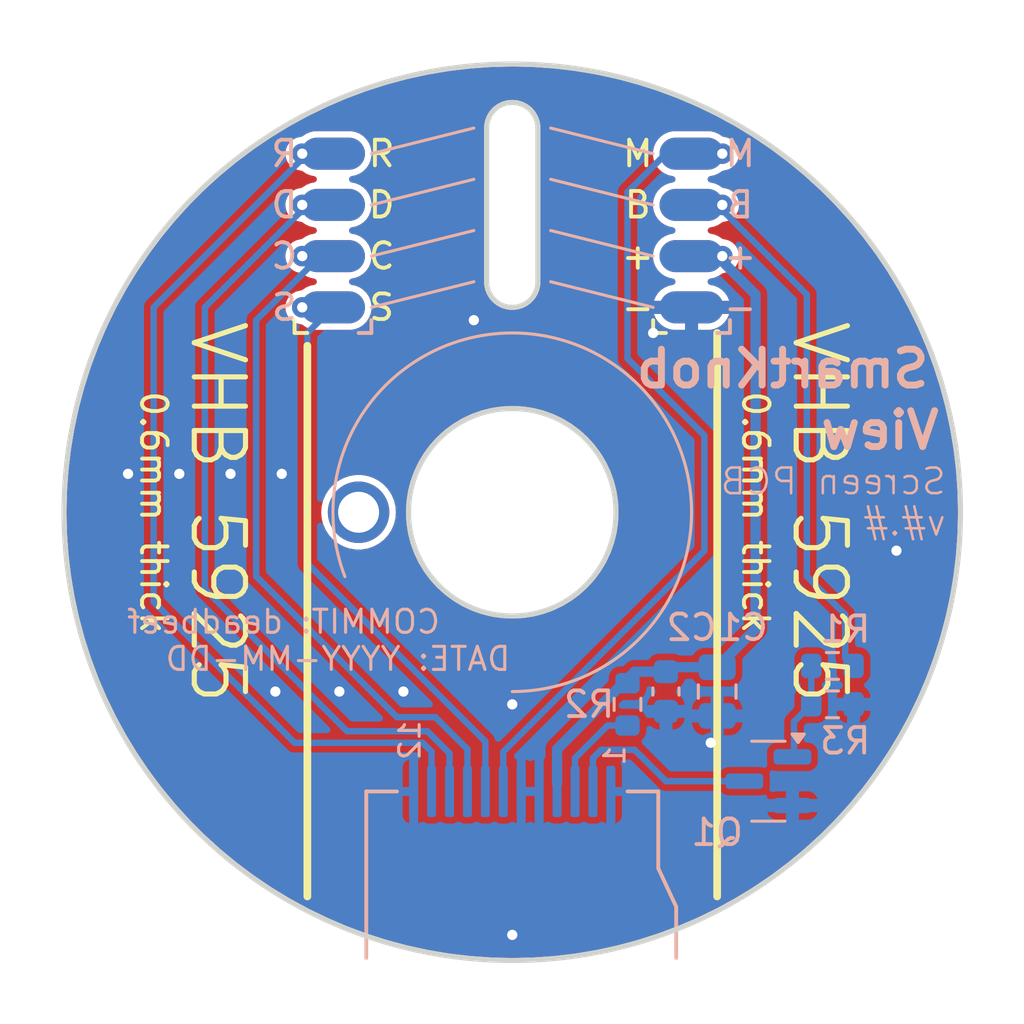
<source format=kicad_pcb>
(kicad_pcb (version 20240108) (generator "pcbnew") (generator_version "8.0")
  (layers (0 "F.Cu" signal) (31 "B.Cu" signal) (34 "B.Paste" user) (35 "F.Paste" user) (36 "B.SilkS" user "B.Silkscreen") (37 "F.SilkS" user "F.Silkscreen") (38 "B.Mask" user) (39 "F.Mask" user) (44 "Edge.Cuts" user))
  (property "COMMIT_DATE" "YYYY-MM-DD")
  (property "COMMIT_DATE_LONG" "YYYY-MM-DD HH:MM:SS TZ")
  (property "COMMIT_HASH" "deadbeef")
  (property "RELEASE_VERSION" "v#.#")
  (net 0 "")
  (net 1 "GND")
  (net 2 "/VDD")
  (net 3 "/DC")
  (net 4 "/BACKLIGHT_EN")
  (net 5 "/nRESET")
  (net 6 "/MOSI")
  (net 7 "/SCK")
  (net 8 "/nCS")
  (net 9 "/LEDA")
  (net 10 "/LEDK")
  (net 11 "Net-(Q1-G)")
  (footprint "Holes:AlignmentHole_1.6" (layer "F.Cu") (at 94 100)
    (property "Reference" "H1" (hide yes))
    (property "Value" "AlignmentHole" (hide yes))
    (pad "1" thru_hole circle (at 0 0) (size 2.4 2.4) (drill 1.6) (layers "*.Cu" "*.Mask"))
  )
  (footprint "SolderPads:SolderPads_2mm_4" (layer "F.Cu") (at 93 92 90)
    (property "Reference" "J5" (hide yes))
    (property "Value" "Conn_01x04")
    (fp_line (start -0.5 -1.5) (end -1 -1.5) (stroke (width 0.15)) (layer "F.SilkS"))
    (fp_line (start -1 -1.5) (end -1 -1) (stroke (width 0.15)) (layer "F.SilkS"))
    (pad "1" smd oval (at 0 0 90) (size 1.25 2.5) (layers "F.Cu" "F.Mask") (net 8 "/nCS"))
    (pad "2" smd oval (at 2 0 90) (size 1.25 2.5) (layers "F.Cu" "F.Mask") (net 7 "/SCK"))
    (pad "3" smd oval (at 4 0 90) (size 1.25 2.5) (layers "F.Cu" "F.Mask") (net 6 "/MOSI"))
    (pad "4" smd oval (at 6 0 90) (size 1.25 2.5) (layers "F.Cu" "F.Mask") (net 5 "/nRESET"))
  )
  (footprint "SolderPads:SolderPads_2mm_4" (layer "F.Cu") (at 107 92 90)
    (property "Reference" "J4" (hide yes))
    (property "Value" "Conn_01x04")
    (fp_line (start -0.5 -1.5) (end -1 -1.5) (stroke (width 0.15)) (layer "F.SilkS"))
    (fp_line (start -1 -1.5) (end -1 -1) (stroke (width 0.15)) (layer "F.SilkS"))
    (pad "1" smd oval (at 0 0 90) (size 1.25 2.5) (layers "F.Cu" "F.Mask") (net 1 "GND"))
    (pad "2" smd oval (at 2 0 90) (size 1.25 2.5) (layers "F.Cu" "F.Mask") (net 2 "/VDD"))
    (pad "3" smd oval (at 4 0 90) (size 1.25 2.5) (layers "F.Cu" "F.Mask") (net 4 "/BACKLIGHT_EN"))
    (pad "4" smd oval (at 6 0 90) (size 1.25 2.5) (layers "F.Cu" "F.Mask") (net 3 "/DC"))
  )
  (footprint "LCD_GC9A01:GC9A01Round1.28" (layer "B.Cu") (at 100 110.9 90)
    (property "Reference" "J2" (hide yes))
    (property "Value" "GC9A01")
    (fp_line (start -6.5 -5.7) (end 0 -5.7) (stroke (width 0.15)) (layer "B.SilkS"))
    (fp_line (start 0 -4.5) (end 0 -5.7) (stroke (width 0.15)) (layer "B.SilkS"))
    (fp_line (start 0 4.5) (end 0 5.7) (stroke (width 0.15)) (layer "B.SilkS"))
    (fp_line (start -3 5.7) (end 0 5.7) (stroke (width 0.15)) (layer "B.SilkS"))
    (fp_line (start -3 5.7) (end -4.5 6.4) (stroke (width 0.15)) (layer "B.SilkS"))
    (fp_line (start -4.5 6.4) (end -6.5 6.4) (stroke (width 0.15)) (layer "B.SilkS"))
    (fp_text user "12" (at 2 -4 90) (layer "B.SilkS") (effects (font (size 0.8 0.8) (thickness 0.12)) (justify mirror)))
    (fp_text user "1" (at 1.4 4 90) (layer "B.SilkS") (effects (font (size 0.8 0.8) (thickness 0.12)) (justify mirror)))
    (pad "1" smd roundrect (at 0 3.85 90) (size 2 0.35) (layers "B.Cu" "B.Paste" "B.Mask") (net 1 "GND"))
    (pad "2" smd roundrect (at 0 3.15 90) (size 2 0.35) (layers "B.Cu" "B.Paste" "B.Mask") (net 10 "/LEDK"))
    (pad "3" smd roundrect (at 0 2.45 90) (size 2 0.35) (layers "B.Cu" "B.Paste" "B.Mask") (net 9 "/LEDA"))
    (pad "4" smd roundrect (at 0 1.75 90) (size 2 0.35) (layers "B.Cu" "B.Paste" "B.Mask") (net 2 "/VDD"))
    (pad "5" smd roundrect (at 0 1.05 90) (size 2 0.35) (layers "B.Cu" "B.Paste" "B.Mask") (net 1 "GND"))
    (pad "6" smd roundrect (at 0 0.35 90) (size 2 0.35) (layers "B.Cu" "B.Paste" "B.Mask") (net 1 "GND"))
    (pad "7" smd roundrect (at 0 -0.35 90) (size 2 0.35) (layers "B.Cu" "B.Paste" "B.Mask") (net 3 "/DC"))
    (pad "8" smd roundrect (at 0 -1.05 90) (size 2 0.35) (layers "B.Cu" "B.Paste" "B.Mask") (net 8 "/nCS"))
    (pad "9" smd roundrect (at 0 -1.75 90) (size 2 0.35) (layers "B.Cu" "B.Paste" "B.Mask") (net 7 "/SCK"))
    (pad "10" smd roundrect (at 0 -2.45 90) (size 2 0.35) (layers "B.Cu" "B.Paste" "B.Mask") (net 6 "/MOSI"))
    (pad "11" smd roundrect (at 0 -3.15 90) (size 2 0.35) (layers "B.Cu" "B.Paste" "B.Mask") (net 5 "/nRESET"))
    (pad "12" smd roundrect (at 0 -3.85 90) (size 2 0.35) (layers "B.Cu" "B.Paste" "B.Mask") (net 1 "GND"))
  )
  (footprint "Package_TO_SOT_SMD:SOT-23" (layer "B.Cu") (at 110 110.5 180)
    (property "Reference" "Q1" (at 2 -2 180) (layer "B.SilkS") (effects (justify mirror)))
    (property "Value" "2N7002")
    (fp_line (start 0.65 1.56) (end 0 1.56) (stroke (width 0.12)) (layer "B.SilkS"))
    (fp_line (start 0.65 -1.56) (end 0 -1.56) (stroke (width 0.12)) (layer "B.SilkS"))
    (fp_line (start -0.65 1.56) (end 0 1.56) (stroke (width 0.12)) (layer "B.SilkS"))
    (fp_line (start -0.65 -1.56) (end 0 -1.56) (stroke (width 0.12)) (layer "B.SilkS"))
    (fp_poly (pts (xy -1.1625 1.51) (xy -1.4025 1.84) (xy -0.9225 1.84) (xy -1.1625 1.51)) (stroke (width 0.12)) (fill solid) (layer "B.SilkS"))
    (pad "1" smd roundrect (at -0.9375 0.95 180) (size 1.475 0.6) (layers "B.Cu" "B.Paste" "B.Mask") (net 11 "Net-(Q1-G)"))
    (pad "2" smd roundrect (at -0.9375 -0.95 180) (size 1.475 0.6) (layers "B.Cu" "B.Paste" "B.Mask") (net 1 "GND"))
    (pad "3" smd roundrect (at 0.9375 0 180) (size 1.475 0.6) (layers "B.Cu" "B.Paste" "B.Mask") (net 10 "/LEDK"))
  )
  (footprint "Resistor_SMD:R_0603_1608Metric" (layer "B.Cu") (at 112.5 106 180)
    (property "Reference" "R1" (at -0.5 1.43 0) (layer "B.SilkS") (effects (justify mirror)))
    (property "Value" "10k")
    (fp_line (start 0.237258 0.5225) (end -0.237258 0.5225) (stroke (width 0.12)) (layer "B.SilkS"))
    (fp_line (start 0.237258 -0.5225) (end -0.237258 -0.5225) (stroke (width 0.12)) (layer "B.SilkS"))
    (pad "1" smd roundrect (at -0.825 0 180) (size 0.8 0.95) (layers "B.Cu" "B.Paste" "B.Mask") (net 4 "/BACKLIGHT_EN"))
    (pad "2" smd roundrect (at 0.825 0 180) (size 0.8 0.95) (layers "B.Cu" "B.Paste" "B.Mask") (net 11 "Net-(Q1-G)"))
  )
  (footprint "Resistor_SMD:R_0603_1608Metric" (layer "B.Cu") (at 104.5 107.5 -90)
    (property "Reference" "R2" (at 0 1.5 0) (layer "B.SilkS") (effects (justify mirror)))
    (property "Value" "22R")
    (fp_line (start 0.237258 0.5225) (end -0.237258 0.5225) (stroke (width 0.12)) (layer "B.SilkS"))
    (fp_line (start 0.237258 -0.5225) (end -0.237258 -0.5225) (stroke (width 0.12)) (layer "B.SilkS"))
    (pad "1" smd roundrect (at -0.825 0 270) (size 0.8 0.95) (layers "B.Cu" "B.Paste" "B.Mask") (net 2 "/VDD"))
    (pad "2" smd roundrect (at 0.825 0 270) (size 0.8 0.95) (layers "B.Cu" "B.Paste" "B.Mask") (net 9 "/LEDA"))
  )
  (footprint "Resistor_SMD:R_0603_1608Metric" (layer "B.Cu") (at 112.5 107.5)
    (property "Reference" "R3" (at 0.5 1.43 0) (layer "B.SilkS") (effects (justify mirror)))
    (property "Value" "1M")
    (fp_line (start 0.237258 -0.5225) (end -0.237258 -0.5225) (stroke (width 0.12)) (layer "B.SilkS"))
    (fp_line (start 0.237258 0.5225) (end -0.237258 0.5225) (stroke (width 0.12)) (layer "B.SilkS"))
    (pad "1" smd roundrect (at -0.825 0) (size 0.8 0.95) (layers "B.Cu" "B.Paste" "B.Mask") (net 11 "Net-(Q1-G)"))
    (pad "2" smd roundrect (at 0.825 0) (size 0.8 0.95) (layers "B.Cu" "B.Paste" "B.Mask") (net 1 "GND"))
  )
  (footprint "Capacitor_SMD:C_0603_1608Metric" (layer "B.Cu") (at 106 107 -90)
    (property "Reference" "C2" (at -2.5 -1 0) (layer "B.SilkS") (effects (justify mirror)))
    (property "Value" "0.1uF")
    (fp_line (start 0.14058 0.51) (end -0.14058 0.51) (stroke (width 0.12)) (layer "B.SilkS"))
    (fp_line (start 0.14058 -0.51) (end -0.14058 -0.51) (stroke (width 0.12)) (layer "B.SilkS"))
    (pad "1" smd roundrect (at -0.775 0 270) (size 0.9 0.95) (layers "B.Cu" "B.Paste" "B.Mask") (net 2 "/VDD"))
    (pad "2" smd roundrect (at 0.775 0 270) (size 0.9 0.95) (layers "B.Cu" "B.Paste" "B.Mask") (net 1 "GND"))
  )
  (footprint "Capacitor_SMD:C_0805_2012Metric" (layer "B.Cu") (at 108 107 -90)
    (property "Reference" "C1" (at -2.5 -1 0) (layer "B.SilkS") (effects (justify mirror)))
    (property "Value" "22uF")
    (fp_line (start 0.261252 0.735) (end -0.261252 0.735) (stroke (width 0.12)) (layer "B.SilkS"))
    (fp_line (start 0.261252 -0.735) (end -0.261252 -0.735) (stroke (width 0.12)) (layer "B.SilkS"))
    (pad "1" smd roundrect (at -0.95 0 270) (size 1 1.45) (layers "B.Cu" "B.Paste" "B.Mask") (net 2 "/VDD"))
    (pad "2" smd roundrect (at 0.95 0 270) (size 1 1.45) (layers "B.Cu" "B.Paste" "B.Mask") (net 1 "GND"))
  )
  (footprint "SolderPads:SolderPads_2mm_4" (layer "B.Cu") (at 93 92 90)
    (property "Reference" "J3" (hide yes))
    (property "Value" "Conn_01x04")
    (fp_line (start -1 1) (end -1 1.5) (stroke (width 0.15)) (layer "B.SilkS"))
    (fp_line (start -1 1.5) (end -0.5 1.5) (stroke (width 0.15)) (layer "B.SilkS"))
    (pad "1" smd oval (at 0 0 90) (size 1.25 2.5) (layers "B.Cu" "B.Mask") (net 8 "/nCS"))
    (pad "2" smd oval (at 2 0 90) (size 1.25 2.5) (layers "B.Cu" "B.Mask") (net 7 "/SCK"))
    (pad "3" smd oval (at 4 0 90) (size 1.25 2.5) (layers "B.Cu" "B.Mask") (net 6 "/MOSI"))
    (pad "4" smd oval (at 6 0 90) (size 1.25 2.5) (layers "B.Cu" "B.Mask") (net 5 "/nRESET"))
  )
  (footprint "SolderPads:SolderPads_2mm_4" (layer "B.Cu") (at 107 92 90)
    (property "Reference" "J1" (hide yes))
    (property "Value" "Conn_01x04")
    (fp_line (start -1 1) (end -1 1.5) (stroke (width 0.15)) (layer "B.SilkS"))
    (fp_line (start -1 1.5) (end -0.5 1.5) (stroke (width 0.15)) (layer "B.SilkS"))
    (pad "1" smd oval (at 0 0 90) (size 1.25 2.5) (layers "B.Cu" "B.Mask") (net 1 "GND"))
    (pad "2" smd oval (at 2 0 90) (size 1.25 2.5) (layers "B.Cu" "B.Mask") (net 2 "/VDD"))
    (pad "3" smd oval (at 4 0 90) (size 1.25 2.5) (layers "B.Cu" "B.Mask") (net 4 "/BACKLIGHT_EN"))
    (pad "4" smd oval (at 6 0 90) (size 1.25 2.5) (layers "B.Cu" "B.Mask") (net 3 "/DC"))
  )
  (gr_arc (start 93.466581 102.512854) (mid 103.962955 94.229819) (end 100 107) (stroke (width 0.12)) (layer "B.SilkS"))
  (gr_line (start 98.5 85) (end 94.5 86) (stroke (width 0.12)) (layer "B.SilkS"))
  (gr_line (start 98.5 91) (end 94.5 92) (stroke (width 0.12)) (layer "B.SilkS"))
  (gr_line (start 101.5 85) (end 105.5 86) (stroke (width 0.12)) (layer "B.SilkS"))
  (gr_line (start 101.5 91) (end 105.5 92) (stroke (width 0.12)) (layer "B.SilkS"))
  (gr_line (start 101.5 89) (end 105.5 90) (stroke (width 0.12)) (layer "B.SilkS"))
  (gr_line (start 101.5 87) (end 105.5 88) (stroke (width 0.12)) (layer "B.SilkS"))
  (gr_line (start 98.5 87) (end 94.5 88) (stroke (width 0.12)) (layer "B.SilkS"))
  (gr_line (start 98.5 89) (end 94.5 90) (stroke (width 0.12)) (layer "B.SilkS"))
  (gr_line (start 92 93.5) (end 92 115) (stroke (width 0.3)) (layer "F.SilkS"))
  (gr_line (start 108 93) (end 108 115) (stroke (width 0.3)) (layer "F.SilkS"))
  (gr_arc (start 101 91) (mid 100 92) (end 99 91) (stroke (width 0.2)) (layer "Edge.Cuts"))
  (gr_line (start 99 85) (end 99 91) (stroke (width 0.2)) (layer "Edge.Cuts"))
  (gr_line (start 101 91) (end 101 85) (stroke (width 0.2)) (layer "Edge.Cuts"))
  (gr_arc (start 99 85) (mid 100 84) (end 101 85) (stroke (width 0.2)) (layer "Edge.Cuts"))
  (gr_circle (center 100 100) (end 117.5 100) (stroke (width 0.2)) (fill none) (layer "Edge.Cuts"))
  (gr_circle (center 100 100) (end 104.05 100) (stroke (width 0.2)) (fill none) (layer "Edge.Cuts"))
  (gr_text "    COMMIT: ${COMMIT_HASH}\nDATE: ${COMMIT_DATE}\n" (at 100 105 0) (layer "B.SilkS") (effects (font (size 0.9 0.9) (thickness 0.12)) (justify left mirror)))
  (gr_text "SmartKnob" (at 116.4 94.4 0) (layer "B.SilkS") (effects (font (size 1.4 1.4) (thickness 0.27)) (justify left mirror)))
  (gr_text "View" (at 116.8 96.8 0) (layer "B.SilkS") (effects (font (size 1.4 1.4) (thickness 0.27)) (justify left mirror)))
  (gr_text "R" (at 91.1 86 0) (layer "B.SilkS") (effects (font (size 1 1)) (justify mirror)))
  (gr_text "M" (at 108.9 86 0) (layer "B.SilkS") (effects (font (size 1 1)) (justify mirror)))
  (gr_text "S" (at 91.1 92 0) (layer "B.SilkS") (effects (font (size 1 1)) (justify mirror)))
  (gr_text "-" (at 108.9 92 0) (layer "B.SilkS") (effects (font (size 1 1)) (justify mirror)))
  (gr_text "D" (at 91.1 88 0) (layer "B.SilkS") (effects (font (size 1 1)) (justify mirror)))
  (gr_text "+" (at 108.9 90 0) (layer "B.SilkS") (effects (font (size 1 1)) (justify mirror)))
  (gr_text "Screen PCB\n${RELEASE_VERSION}" (at 117 99.6 0) (layer "B.SilkS") (effects (font (size 1 1) (thickness 0.1)) (justify left mirror)))
  (gr_text "C" (at 91.1 90 0) (layer "B.SilkS") (effects (font (size 1 1)) (justify mirror)))
  (gr_text "B" (at 108.9 88 0) (layer "B.SilkS") (effects (font (size 1 1)) (justify mirror)))
  (gr_text "0.6mm thick" (at 86 100 -90) (layer "F.SilkS") (effects (font (size 1 1))))
  (gr_text "VHB 5925" (at 88.5 100 -90) (layer "F.SilkS") (effects (font (size 2 2) (thickness 0.2))))
  (gr_text "D" (at 94.9 88 0) (layer "F.SilkS") (effects (font (size 1 1))))
  (gr_text "C" (at 94.9 90 0) (layer "F.SilkS") (effects (font (size 1 1))))
  (gr_text "S" (at 94.9 92 0) (layer "F.SilkS") (effects (font (size 1 1))))
  (gr_text "R" (at 94.9 86 0) (layer "F.SilkS") (effects (font (size 1 1))))
  (gr_text "-" (at 104.9 92 0) (layer "F.SilkS") (effects (font (size 1 1))))
  (gr_text "+" (at 104.9 90 0) (layer "F.SilkS") (effects (font (size 1 1))))
  (gr_text "M" (at 104.9 86 0) (layer "F.SilkS") (effects (font (size 1 1))))
  (gr_text "B" (at 104.9 88 0) (layer "F.SilkS") (effects (font (size 1 1))))
  (gr_text "0.6mm thick" (at 109.5 100 -90) (layer "F.SilkS") (effects (font (size 1 1))))
  (gr_text "VHB 5925" (at 112 100 -90) (layer "F.SilkS") (effects (font (size 2 2) (thickness 0.2))))
  (via (at 93.25 107) (size 0.8) (drill 0.4) (layers "F.Cu" "B.Cu") (net 1))
  (via (at 85 98.5) (size 0.8) (drill 0.4) (layers "F.Cu" "B.Cu") (net 1))
  (via (at 107.75 109) (size 0.8) (drill 0.4) (layers "F.Cu" "B.Cu") (net 1))
  (via (at 105.5 93) (size 0.8) (drill 0.4) (layers "F.Cu" "B.Cu") (net 1))
  (via (at 91 98.5) (size 0.8) (drill 0.4) (layers "F.Cu" "B.Cu") (net 1))
  (via (at 115 101.5) (size 0.8) (drill 0.4) (layers "F.Cu" "B.Cu") (net 1))
  (via (at 100 116.5) (size 0.8) (drill 0.4) (layers "F.Cu" "B.Cu") (net 1))
  (via (at 89 98.5) (size 0.8) (drill 0.4) (layers "F.Cu" "B.Cu") (net 1))
  (via (at 95.75 107) (size 0.8) (drill 0.4) (layers "F.Cu" "B.Cu") (net 1))
  (via (at 87 98.5) (size 0.8) (drill 0.4) (layers "F.Cu" "B.Cu") (net 1))
  (via (at 90.75 107) (size 0.8) (drill 0.4) (layers "F.Cu" "B.Cu") (net 1))
  (via (at 100 107.5) (size 0.8) (drill 0.4) (layers "F.Cu" "B.Cu") (net 1))
  (via (at 98.5 92.5) (size 0.8) (drill 0.4) (layers "F.Cu" "B.Cu") (net 1))
  (via (at 108.2 90) (size 0.8) (drill 0.4) (layers "F.Cu" "B.Cu") (net 2))
  (segment (start 101.75 109.25) (end 101.75 110.6) (width 0.4) (layer "B.Cu") (net 2))
  (segment (start 108 90) (end 109.5 91.5) (width 0.4) (layer "B.Cu") (net 2))
  (segment (start 109.5 104.55) (end 108 106.05) (width 0.4) (layer "B.Cu") (net 2))
  (segment (start 109.5 91.5) (end 109.5 104.55) (width 0.4) (layer "B.Cu") (net 2))
  (segment (start 106 106.225) (end 104.775 106.225) (width 0.4) (layer "B.Cu") (net 2))
  (segment (start 106.175 106.05) (end 106 106.225) (width 0.25) (layer "B.Cu") (net 2))
  (segment (start 108 106.05) (end 106.175 106.05) (width 0.4) (layer "B.Cu") (net 2))
  (segment (start 104.775 106.225) (end 101.75 109.25) (width 0.4) (layer "B.Cu") (net 2))
  (segment (start 108 90) (end 107 90) (width 0.4) (layer "B.Cu") (net 2))
  (via (at 108.2 86) (size 0.8) (drill 0.4) (layers "F.Cu" "B.Cu") (net 3))
  (segment (start 107.5 101.5) (end 107.5 97) (width 0.25) (layer "B.Cu") (net 3))
  (segment (start 99.65 110.6) (end 99.65 109.35) (width 0.25) (layer "B.Cu") (net 3))
  (segment (start 104.5 87.5) (end 106 86) (width 0.25) (layer "B.Cu") (net 3))
  (segment (start 106 86) (end 107 86) (width 0.25) (layer "B.Cu") (net 3))
  (segment (start 104.5 94) (end 104.5 87.5) (width 0.25) (layer "B.Cu") (net 3))
  (segment (start 99.65 109.35) (end 107.5 101.5) (width 0.25) (layer "B.Cu") (net 3))
  (segment (start 107.5 97) (end 104.5 94) (width 0.25) (layer "B.Cu") (net 3))
  (via (at 108.2 88) (size 0.8) (drill 0.4) (layers "F.Cu" "B.Cu") (net 4))
  (segment (start 113 105.675) (end 113.325 106) (width 0.25) (layer "B.Cu") (net 4))
  (segment (start 113 104) (end 113 105.675) (width 0.25) (layer "B.Cu") (net 4))
  (segment (start 111.5 102.5) (end 113 104) (width 0.25) (layer "B.Cu") (net 4))
  (segment (start 107 88) (end 108 88) (width 0.25) (layer "B.Cu") (net 4))
  (segment (start 111.5 91.5) (end 111.5 102.5) (width 0.25) (layer "B.Cu") (net 4))
  (segment (start 108 88) (end 111.5 91.5) (width 0.25) (layer "B.Cu") (net 4))
  (via (at 91.8 86) (size 0.8) (drill 0.4) (layers "F.Cu" "B.Cu") (net 5))
  (segment (start 96.5 109) (end 91.5 109) (width 0.25) (layer "B.Cu") (net 5))
  (segment (start 96.85 109.35) (end 96.5 109) (width 0.25) (layer "B.Cu") (net 5))
  (segment (start 96.85 110.6) (end 96.85 109.35) (width 0.25) (layer "B.Cu") (net 5))
  (segment (start 91.5 109) (end 86 103.5) (width 0.25) (layer "B.Cu") (net 5))
  (segment (start 86 103.5) (end 86 92) (width 0.25) (layer "B.Cu") (net 5))
  (segment (start 86 92) (end 92 86) (width 0.25) (layer "B.Cu") (net 5))
  (segment (start 92 86) (end 93 86) (width 0.25) (layer "B.Cu") (net 5))
  (via (at 91.8 88) (size 0.8) (drill 0.4) (layers "F.Cu" "B.Cu") (net 6))
  (segment (start 88 103) (end 93.549991 108.549991) (width 0.25) (layer "B.Cu") (net 6))
  (segment (start 93.549991 108.549991) (end 96.686401 108.549991) (width 0.25) (layer "B.Cu") (net 6))
  (segment (start 92 88) (end 88 92) (width 0.25) (layer "B.Cu") (net 6))
  (segment (start 88 92) (end 88 103) (width 0.25) (layer "B.Cu") (net 6))
  (segment (start 96.686401 108.549991) (end 97.55 109.413589) (width 0.25) (layer "B.Cu") (net 6))
  (segment (start 93 88) (end 92 88) (width 0.25) (layer "B.Cu") (net 6))
  (segment (start 97.55 109.413589) (end 97.55 110.6) (width 0.25) (layer "B.Cu") (net 6))
  (via (at 91.8 90) (size 0.8) (drill 0.4) (layers "F.Cu" "B.Cu") (net 7))
  (segment (start 92.5 90) (end 93 90) (width 0.25) (layer "B.Cu") (net 7))
  (segment (start 98.25 110.6) (end 98.25 109.25) (width 0.25) (layer "B.Cu") (net 7))
  (segment (start 95.5 108) (end 90 102.5) (width 0.25) (layer "B.Cu") (net 7))
  (segment (start 97 108) (end 95.5 108) (width 0.25) (layer "B.Cu") (net 7))
  (segment (start 98.25 109.25) (end 97 108) (width 0.25) (layer "B.Cu") (net 7))
  (segment (start 90 102.5) (end 90 92.5) (width 0.25) (layer "B.Cu") (net 7))
  (segment (start 90 92.5) (end 92.5 90) (width 0.25) (layer "B.Cu") (net 7))
  (via (at 91.8 92) (size 0.8) (drill 0.4) (layers "F.Cu" "B.Cu") (net 8))
  (segment (start 92 93) (end 93 92) (width 0.25) (layer "B.Cu") (net 8))
  (segment (start 92 102) (end 92 93) (width 0.25) (layer "B.Cu") (net 8))
  (segment (start 98.95 110.6) (end 98.95 108.95) (width 0.25) (layer "B.Cu") (net 8))
  (segment (start 98.95 108.95) (end 92 102) (width 0.25) (layer "B.Cu") (net 8))
  (segment (start 103.725 108.325) (end 104.5 108.325) (width 0.25) (layer "B.Cu") (net 9))
  (segment (start 102.45 109.6) (end 103.725 108.325) (width 0.25) (layer "B.Cu") (net 9))
  (segment (start 102.45 110.6) (end 102.45 109.6) (width 0.25) (layer "B.Cu") (net 9))
  (segment (start 103.15 109.6) (end 103.47501 109.27499) (width 0.25) (layer "B.Cu") (net 10))
  (segment (start 104.77499 109.27499) (end 106 110.5) (width 0.25) (layer "B.Cu") (net 10))
  (segment (start 103.47501 109.27499) (end 104.77499 109.27499) (width 0.25) (layer "B.Cu") (net 10))
  (segment (start 103.15 110.6) (end 103.15 109.6) (width 0.25) (layer "B.Cu") (net 10))
  (segment (start 106 110.5) (end 109 110.5) (width 0.25) (layer "B.Cu") (net 10))
  (segment (start 111 108.175) (end 111.675 107.5) (width 0.25) (layer "B.Cu") (net 11))
  (segment (start 111.675 106) (end 111.675 107.5) (width 0.25) (layer "B.Cu") (net 11))
  (segment (start 111 109.55) (end 111 108.175) (width 0.25) (layer "B.Cu") (net 11))
  (zone (net 1) (net_name "GND") (layer "F.Cu") (connect_pads (clearance 0.254)) (min_thickness 0.254) (fill yes (thermal_gap 0.254) (thermal_bridge_width 0.508))
    (polygon (pts (xy 120 120) (xy 80 120) (xy 80 80) (xy 120 80)))
  )
  (zone (net 1) (net_name "GND") (layer "B.Cu") (connect_pads (clearance 0.254)) (min_thickness 0.254) (fill yes (thermal_gap 0.254) (thermal_bridge_width 0.508))
    (polygon (pts (xy 120 120) (xy 80 120) (xy 80 80) (xy 120 80)))
  )
)
</source>
